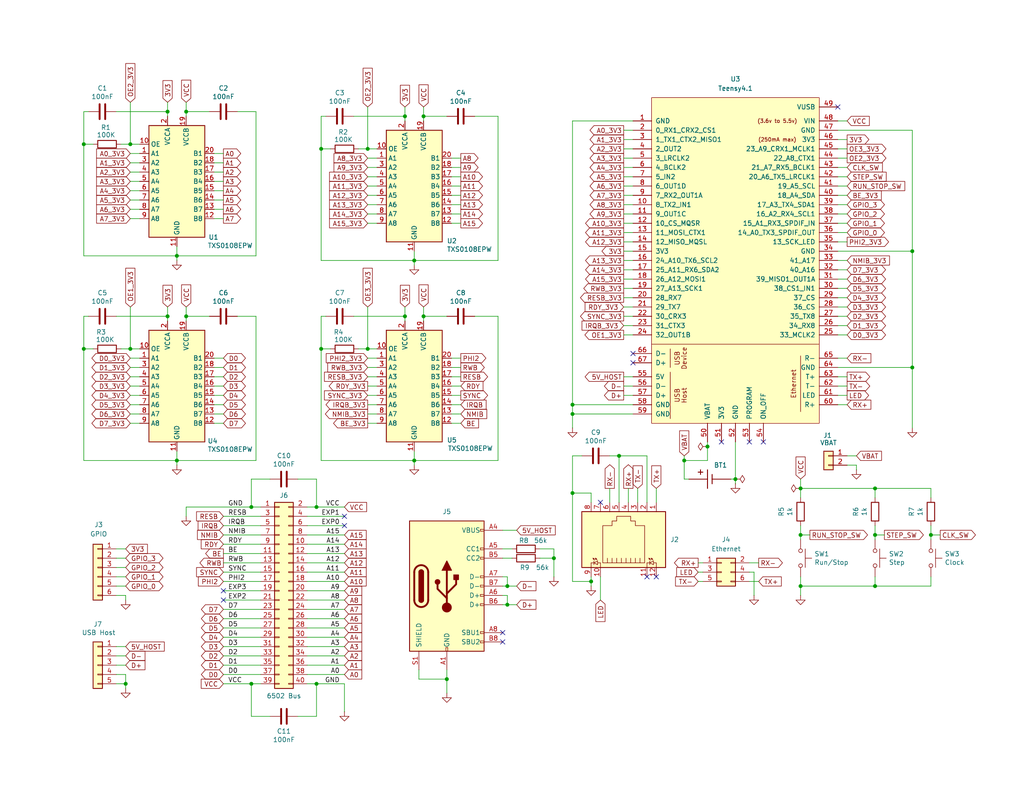
<source format=kicad_sch>
(kicad_sch (version 20250114) (generator "eeschema") (generator_version "9.0")
  (paper "USLetter")
  (title_block (title "6502 Dev Board") (date "2024-06-12") (rev "0.0") (company "A.C. Wright Design"))
  (junction (at 35.56 95.25))
  (junction (at 248.92 68.58))
  (junction (at 45.72 30.48))
  (junction (at 113.03 125.73))
  (junction (at 86.36 138.43))
  (junction (at 218.44 133.35))
  (junction (at 138.43 160.02))
  (junction (at 48.26 69.85))
  (junction (at 238.76 133.35))
  (junction (at 186.69 125.73))
  (junction (at 218.44 146.05))
  (junction (at 34.29 186.69))
  (junction (at 113.03 71.12))
  (junction (at 156.21 113.03))
  (junction (at 22.86 95.25))
  (junction (at 115.57 31.75))
  (junction (at 200.66 130.81))
  (junction (at 238.76 160.02))
  (junction (at 138.43 165.1))
  (junction (at 100.33 40.64))
  (junction (at 110.49 86.36))
  (junction (at 161.29 158.75))
  (junction (at 86.36 186.69))
  (junction (at 248.92 100.33))
  (junction (at 156.21 110.49))
  (junction (at 218.44 160.02))
  (junction (at 110.49 31.75))
  (junction (at 50.8 30.48))
  (junction (at 87.63 95.25))
  (junction (at 50.8 86.36))
  (junction (at 254 146.05))
  (junction (at 48.26 125.73))
  (junction (at 151.13 152.4))
  (junction (at 45.72 86.36))
  (junction (at 168.91 124.46))
  (junction (at 193.04 121.92))
  (junction (at 68.58 138.43))
  (junction (at 115.57 86.36))
  (junction (at 22.86 39.37))
  (junction (at 68.58 186.69))
  (junction (at 238.76 146.05))
  (junction (at 87.63 40.64))
  (junction (at 156.21 134.62))
  (junction (at 100.33 95.25))
  (junction (at 121.92 185.42))
  (junction (at 35.56 39.37))
  (no_connect (at 60.96 161.29))
  (no_connect (at 60.96 163.83))
  (no_connect (at 179.07 157.48))
  (no_connect (at 228.6 29.21))
  (no_connect (at 163.83 137.16))
  (no_connect (at 137.16 175.26))
  (no_connect (at 176.53 157.48))
  (no_connect (at 93.98 140.97))
  (no_connect (at 204.47 120.65))
  (no_connect (at 137.16 172.72))
  (no_connect (at 93.98 143.51))
  (no_connect (at 208.28 120.65))
  (no_connect (at 196.85 120.65))
  (no_connect (at 172.72 99.06))
  (no_connect (at 172.72 96.52))
  (wire (pts (xy 123.19 97.79) (xy 125.73 97.79)))
  (wire (pts (xy 58.42 57.15) (xy 60.96 57.15)))
  (wire (pts (xy 93.98 163.83) (xy 83.82 163.83)))
  (wire (pts (xy 176.53 137.16) (xy 176.53 124.46)))
  (wire (pts (xy 186.69 124.46) (xy 186.69 125.73)))
  (wire (pts (xy 69.85 86.36) (xy 69.85 125.73)))
  (wire (pts (xy 71.12 181.61) (xy 60.96 181.61)))
  (wire (pts (xy 93.98 173.99) (xy 83.82 173.99)))
  (wire (pts (xy 233.68 128.27) (xy 233.68 127)))
  (wire (pts (xy 35.56 95.25) (xy 38.1 95.25)))
  (wire (pts (xy 238.76 133.35) (xy 254 133.35)))
  (wire (pts (xy 87.63 86.36) (xy 87.63 95.25)))
  (wire (pts (xy 170.18 48.26) (xy 172.72 48.26)))
  (wire (pts (xy 228.6 81.28) (xy 231.14 81.28)))
  (wire (pts (xy 35.56 52.07) (xy 38.1 52.07)))
  (wire (pts (xy 93.98 179.07) (xy 83.82 179.07)))
  (wire (pts (xy 228.6 55.88) (xy 231.14 55.88)))
  (wire (pts (xy 31.75 157.48) (xy 34.29 157.48)))
  (wire (pts (xy 123.19 55.88) (xy 125.73 55.88)))
  (wire (pts (xy 35.56 49.53) (xy 38.1 49.53)))
  (wire (pts (xy 156.21 113.03) (xy 172.72 113.03)))
  (wire (pts (xy 34.29 162.56) (xy 34.29 163.83)))
  (wire (pts (xy 228.6 76.2) (xy 231.14 76.2)))
  (wire (pts (xy 22.86 95.25) (xy 25.4 95.25)))
  (wire (pts (xy 93.98 184.15) (xy 83.82 184.15)))
  (wire (pts (xy 137.16 149.86) (xy 139.7 149.86)))
  (wire (pts (xy 35.56 107.95) (xy 38.1 107.95)))
  (wire (pts (xy 88.9 86.36) (xy 87.63 86.36)))
  (wire (pts (xy 121.92 182.88) (xy 121.92 185.42)))
  (wire (pts (xy 100.33 58.42) (xy 102.87 58.42)))
  (wire (pts (xy 228.6 68.58) (xy 248.92 68.58)))
  (wire (pts (xy 113.03 125.73) (xy 113.03 123.19)))
  (wire (pts (xy 228.6 48.26) (xy 231.14 48.26)))
  (wire (pts (xy 170.18 68.58) (xy 172.72 68.58)))
  (wire (pts (xy 93.98 186.69) (xy 93.98 194.31)))
  (wire (pts (xy 100.33 40.64) (xy 102.87 40.64)))
  (wire (pts (xy 110.49 83.82) (xy 110.49 86.36)))
  (wire (pts (xy 58.42 100.33) (xy 60.96 100.33)))
  (wire (pts (xy 93.98 148.59) (xy 83.82 148.59)))
  (wire (pts (xy 58.42 107.95) (xy 60.96 107.95)))
  (wire (pts (xy 248.92 100.33) (xy 248.92 116.84)))
  (wire (pts (xy 58.42 52.07) (xy 60.96 52.07)))
  (wire (pts (xy 68.58 130.81) (xy 68.58 138.43)))
  (wire (pts (xy 31.75 86.36) (xy 45.72 86.36)))
  (wire (pts (xy 170.18 50.8) (xy 172.72 50.8)))
  (wire (pts (xy 138.43 162.56) (xy 138.43 165.1)))
  (wire (pts (xy 100.33 107.95) (xy 102.87 107.95)))
  (wire (pts (xy 123.19 50.8) (xy 125.73 50.8)))
  (wire (pts (xy 204.47 153.67) (xy 207.01 153.67)))
  (wire (pts (xy 193.04 120.65) (xy 193.04 121.92)))
  (wire (pts (xy 93.98 138.43) (xy 86.36 138.43)))
  (wire (pts (xy 170.18 58.42) (xy 172.72 58.42)))
  (wire (pts (xy 60.96 184.15) (xy 71.12 184.15)))
  (wire (pts (xy 50.8 27.94) (xy 50.8 30.48)))
  (wire (pts (xy 71.12 138.43) (xy 68.58 138.43)))
  (wire (pts (xy 58.42 49.53) (xy 60.96 49.53)))
  (wire (pts (xy 48.26 127) (xy 48.26 125.73)))
  (wire (pts (xy 45.72 30.48) (xy 45.72 31.75)))
  (wire (pts (xy 228.6 97.79) (xy 231.14 97.79)))
  (wire (pts (xy 121.92 86.36) (xy 115.57 86.36)))
  (wire (pts (xy 123.19 45.72) (xy 125.73 45.72)))
  (wire (pts (xy 114.3 182.88) (xy 114.3 185.42)))
  (wire (pts (xy 83.82 181.61) (xy 93.98 181.61)))
  (wire (pts (xy 193.04 125.73) (xy 186.69 125.73)))
  (wire (pts (xy 151.13 149.86) (xy 151.13 152.4)))
  (wire (pts (xy 73.66 130.81) (xy 68.58 130.81)))
  (wire (pts (xy 114.3 185.42) (xy 121.92 185.42)))
  (wire (pts (xy 50.8 86.36) (xy 57.15 86.36)))
  (wire (pts (xy 60.96 146.05) (xy 71.12 146.05)))
  (wire (pts (xy 190.5 158.75) (xy 191.77 158.75)))
  (wire (pts (xy 190.5 156.21) (xy 191.77 156.21)))
  (wire (pts (xy 71.12 171.45) (xy 60.96 171.45)))
  (wire (pts (xy 35.56 105.41) (xy 38.1 105.41)))
  (wire (pts (xy 228.6 63.5) (xy 231.14 63.5)))
  (wire (pts (xy 156.21 124.46) (xy 156.21 134.62)))
  (wire (pts (xy 87.63 71.12) (xy 113.03 71.12)))
  (wire (pts (xy 161.29 158.75) (xy 161.29 160.02)))
  (wire (pts (xy 69.85 30.48) (xy 69.85 69.85)))
  (wire (pts (xy 71.12 186.69) (xy 68.58 186.69)))
  (wire (pts (xy 135.89 86.36) (xy 135.89 125.73)))
  (wire (pts (xy 50.8 138.43) (xy 68.58 138.43)))
  (wire (pts (xy 83.82 156.21) (xy 93.98 156.21)))
  (wire (pts (xy 156.21 113.03) (xy 156.21 116.84)))
  (wire (pts (xy 97.79 40.64) (xy 100.33 40.64)))
  (wire (pts (xy 60.96 163.83) (xy 71.12 163.83)))
  (wire (pts (xy 129.54 86.36) (xy 135.89 86.36)))
  (wire (pts (xy 60.96 148.59) (xy 71.12 148.59)))
  (wire (pts (xy 170.18 91.44) (xy 172.72 91.44)))
  (wire (pts (xy 22.86 95.25) (xy 22.86 125.73)))
  (wire (pts (xy 228.6 83.82) (xy 231.14 83.82)))
  (wire (pts (xy 170.18 88.9) (xy 172.72 88.9)))
  (wire (pts (xy 31.75 30.48) (xy 45.72 30.48)))
  (wire (pts (xy 228.6 107.95) (xy 231.14 107.95)))
  (wire (pts (xy 48.26 125.73) (xy 48.26 123.19)))
  (wire (pts (xy 83.82 186.69) (xy 86.36 186.69)))
  (wire (pts (xy 100.33 55.88) (xy 102.87 55.88)))
  (wire (pts (xy 35.56 110.49) (xy 38.1 110.49)))
  (wire (pts (xy 45.72 83.82) (xy 45.72 86.36)))
  (wire (pts (xy 58.42 59.69) (xy 60.96 59.69)))
  (wire (pts (xy 100.33 29.21) (xy 100.33 40.64)))
  (wire (pts (xy 48.26 69.85) (xy 48.26 67.31)))
  (wire (pts (xy 100.33 48.26) (xy 102.87 48.26)))
  (wire (pts (xy 179.07 133.35) (xy 179.07 137.16)))
  (wire (pts (xy 228.6 50.8) (xy 231.14 50.8)))
  (wire (pts (xy 83.82 161.29) (xy 93.98 161.29)))
  (wire (pts (xy 228.6 43.18) (xy 231.14 43.18)))
  (wire (pts (xy 254 146.05) (xy 254 147.32)))
  (wire (pts (xy 218.44 146.05) (xy 218.44 147.32)))
  (wire (pts (xy 156.21 134.62) (xy 156.21 158.75)))
  (wire (pts (xy 86.36 186.69) (xy 93.98 186.69)))
  (wire (pts (xy 228.6 78.74) (xy 231.14 78.74)))
  (wire (pts (xy 35.56 27.94) (xy 35.56 39.37)))
  (wire (pts (xy 115.57 31.75) (xy 121.92 31.75)))
  (wire (pts (xy 87.63 40.64) (xy 87.63 71.12)))
  (wire (pts (xy 170.18 73.66) (xy 172.72 73.66)))
  (wire (pts (xy 228.6 58.42) (xy 231.14 58.42)))
  (wire (pts (xy 83.82 151.13) (xy 93.98 151.13)))
  (wire (pts (xy 170.18 63.5) (xy 172.72 63.5)))
  (wire (pts (xy 34.29 184.15) (xy 34.29 186.69)))
  (wire (pts (xy 71.12 176.53) (xy 60.96 176.53)))
  (wire (pts (xy 123.19 58.42) (xy 125.73 58.42)))
  (wire (pts (xy 231.14 124.46) (xy 233.68 124.46)))
  (wire (pts (xy 170.18 40.64) (xy 172.72 40.64)))
  (wire (pts (xy 254 146.05) (xy 256.54 146.05)))
  (wire (pts (xy 31.75 186.69) (xy 34.29 186.69)))
  (wire (pts (xy 218.44 130.81) (xy 218.44 133.35)))
  (wire (pts (xy 113.03 127) (xy 113.03 125.73)))
  (wire (pts (xy 248.92 68.58) (xy 248.92 100.33)))
  (wire (pts (xy 86.36 186.69) (xy 86.36 195.58)))
  (wire (pts (xy 135.89 71.12) (xy 113.03 71.12)))
  (wire (pts (xy 123.19 113.03) (xy 125.73 113.03)))
  (wire (pts (xy 218.44 160.02) (xy 238.76 160.02)))
  (wire (pts (xy 170.18 60.96) (xy 172.72 60.96)))
  (wire (pts (xy 31.75 162.56) (xy 34.29 162.56)))
  (wire (pts (xy 60.96 158.75) (xy 71.12 158.75)))
  (wire (pts (xy 22.86 39.37) (xy 22.86 69.85)))
  (wire (pts (xy 170.18 55.88) (xy 172.72 55.88)))
  (wire (pts (xy 228.6 100.33) (xy 248.92 100.33)))
  (wire (pts (xy 31.75 176.53) (xy 34.29 176.53)))
  (wire (pts (xy 163.83 157.48) (xy 163.83 163.83)))
  (wire (pts (xy 71.12 156.21) (xy 60.96 156.21)))
  (wire (pts (xy 58.42 110.49) (xy 60.96 110.49)))
  (wire (pts (xy 58.42 46.99) (xy 60.96 46.99)))
  (wire (pts (xy 218.44 157.48) (xy 218.44 160.02)))
  (wire (pts (xy 31.75 179.07) (xy 34.29 179.07)))
  (wire (pts (xy 22.86 30.48) (xy 22.86 39.37)))
  (wire (pts (xy 170.18 45.72) (xy 172.72 45.72)))
  (wire (pts (xy 86.36 138.43) (xy 83.82 138.43)))
  (wire (pts (xy 158.75 124.46) (xy 156.21 124.46)))
  (wire (pts (xy 100.33 100.33) (xy 102.87 100.33)))
  (wire (pts (xy 170.18 71.12) (xy 172.72 71.12)))
  (wire (pts (xy 113.03 72.39) (xy 113.03 71.12)))
  (wire (pts (xy 93.98 158.75) (xy 83.82 158.75)))
  (wire (pts (xy 228.6 110.49) (xy 231.14 110.49)))
  (wire (pts (xy 156.21 33.02) (xy 156.21 110.49)))
  (wire (pts (xy 69.85 125.73) (xy 48.26 125.73)))
  (wire (pts (xy 170.18 78.74) (xy 172.72 78.74)))
  (wire (pts (xy 238.76 143.51) (xy 238.76 146.05)))
  (wire (pts (xy 170.18 105.41) (xy 172.72 105.41)))
  (wire (pts (xy 218.44 133.35) (xy 238.76 133.35)))
  (wire (pts (xy 35.56 100.33) (xy 38.1 100.33)))
  (wire (pts (xy 22.86 86.36) (xy 22.86 95.25)))
  (wire (pts (xy 22.86 125.73) (xy 48.26 125.73)))
  (wire (pts (xy 83.82 171.45) (xy 93.98 171.45)))
  (wire (pts (xy 205.74 162.56) (xy 205.74 156.21)))
  (wire (pts (xy 100.33 97.79) (xy 102.87 97.79)))
  (wire (pts (xy 35.56 39.37) (xy 38.1 39.37)))
  (wire (pts (xy 137.16 160.02) (xy 138.43 160.02)))
  (wire (pts (xy 137.16 144.78) (xy 140.97 144.78)))
  (wire (pts (xy 168.91 124.46) (xy 168.91 137.16)))
  (wire (pts (xy 58.42 41.91) (xy 60.96 41.91)))
  (wire (pts (xy 170.18 76.2) (xy 172.72 76.2)))
  (wire (pts (xy 93.98 168.91) (xy 83.82 168.91)))
  (wire (pts (xy 83.82 140.97) (xy 93.98 140.97)))
  (wire (pts (xy 100.33 113.03) (xy 102.87 113.03)))
  (wire (pts (xy 200.66 120.65) (xy 200.66 130.81)))
  (wire (pts (xy 24.13 30.48) (xy 22.86 30.48)))
  (wire (pts (xy 87.63 31.75) (xy 88.9 31.75)))
  (wire (pts (xy 50.8 30.48) (xy 57.15 30.48)))
  (wire (pts (xy 50.8 30.48) (xy 50.8 31.75)))
  (wire (pts (xy 45.72 27.94) (xy 45.72 30.48)))
  (wire (pts (xy 218.44 160.02) (xy 218.44 162.56)))
  (wire (pts (xy 69.85 69.85) (xy 48.26 69.85)))
  (wire (pts (xy 35.56 115.57) (xy 38.1 115.57)))
  (wire (pts (xy 58.42 97.79) (xy 60.96 97.79)))
  (wire (pts (xy 166.37 133.35) (xy 166.37 137.16)))
  (wire (pts (xy 200.66 132.08) (xy 200.66 130.81)))
  (wire (pts (xy 205.74 156.21) (xy 204.47 156.21)))
  (wire (pts (xy 87.63 125.73) (xy 113.03 125.73)))
  (wire (pts (xy 60.96 168.91) (xy 71.12 168.91)))
  (wire (pts (xy 83.82 166.37) (xy 93.98 166.37)))
  (wire (pts (xy 172.72 33.02) (xy 156.21 33.02)))
  (wire (pts (xy 137.16 165.1) (xy 138.43 165.1)))
  (wire (pts (xy 147.32 152.4) (xy 151.13 152.4)))
  (wire (pts (xy 31.75 154.94) (xy 34.29 154.94)))
  (wire (pts (xy 228.6 91.44) (xy 231.14 91.44)))
  (wire (pts (xy 110.49 86.36) (xy 110.49 87.63)))
  (wire (pts (xy 110.49 31.75) (xy 110.49 33.02)))
  (wire (pts (xy 81.28 130.81) (xy 86.36 130.81)))
  (wire (pts (xy 254 160.02) (xy 254 157.48)))
  (wire (pts (xy 93.98 153.67) (xy 83.82 153.67)))
  (wire (pts (xy 100.33 95.25) (xy 102.87 95.25)))
  (wire (pts (xy 137.16 152.4) (xy 139.7 152.4)))
  (wire (pts (xy 100.33 53.34) (xy 102.87 53.34)))
  (wire (pts (xy 123.19 53.34) (xy 125.73 53.34)))
  (wire (pts (xy 238.76 157.48) (xy 238.76 160.02)))
  (wire (pts (xy 35.56 102.87) (xy 38.1 102.87)))
  (wire (pts (xy 228.6 71.12) (xy 231.14 71.12)))
  (wire (pts (xy 176.53 124.46) (xy 168.91 124.46)))
  (wire (pts (xy 115.57 29.21) (xy 115.57 31.75)))
  (wire (pts (xy 156.21 158.75) (xy 161.29 158.75)))
  (wire (pts (xy 35.56 44.45) (xy 38.1 44.45)))
  (wire (pts (xy 161.29 157.48) (xy 161.29 158.75)))
  (wire (pts (xy 238.76 160.02) (xy 254 160.02)))
  (wire (pts (xy 31.75 152.4) (xy 34.29 152.4)))
  (wire (pts (xy 218.44 133.35) (xy 218.44 135.89)))
  (wire (pts (xy 31.75 160.02) (xy 34.29 160.02)))
  (wire (pts (xy 137.16 162.56) (xy 138.43 162.56)))
  (wire (pts (xy 123.19 102.87) (xy 125.73 102.87)))
  (wire (pts (xy 68.58 186.69) (xy 68.58 195.58)))
  (wire (pts (xy 71.12 151.13) (xy 60.96 151.13)))
  (wire (pts (xy 228.6 40.64) (xy 231.14 40.64)))
  (wire (pts (xy 97.79 95.25) (xy 100.33 95.25)))
  (wire (pts (xy 50.8 83.82) (xy 50.8 86.36)))
  (wire (pts (xy 228.6 73.66) (xy 231.14 73.66)))
  (wire (pts (xy 35.56 113.03) (xy 38.1 113.03)))
  (wire (pts (xy 228.6 35.56) (xy 248.92 35.56)))
  (wire (pts (xy 228.6 60.96) (xy 231.14 60.96)))
  (wire (pts (xy 170.18 107.95) (xy 172.72 107.95)))
  (wire (pts (xy 173.99 133.35) (xy 173.99 137.16)))
  (wire (pts (xy 228.6 86.36) (xy 231.14 86.36)))
  (wire (pts (xy 100.33 50.8) (xy 102.87 50.8)))
  (wire (pts (xy 35.56 54.61) (xy 38.1 54.61)))
  (wire (pts (xy 96.52 86.36) (xy 110.49 86.36)))
  (wire (pts (xy 186.69 130.81) (xy 187.96 130.81)))
  (wire (pts (xy 170.18 86.36) (xy 172.72 86.36)))
  (wire (pts (xy 170.18 43.18) (xy 172.72 43.18)))
  (wire (pts (xy 138.43 160.02) (xy 140.97 160.02)))
  (wire (pts (xy 22.86 69.85) (xy 48.26 69.85)))
  (wire (pts (xy 35.56 41.91) (xy 38.1 41.91)))
  (wire (pts (xy 170.18 53.34) (xy 172.72 53.34)))
  (wire (pts (xy 33.02 39.37) (xy 35.56 39.37)))
  (wire (pts (xy 58.42 105.41) (xy 60.96 105.41)))
  (wire (pts (xy 123.19 43.18) (xy 125.73 43.18)))
  (wire (pts (xy 31.75 181.61) (xy 34.29 181.61)))
  (wire (pts (xy 60.96 140.97) (xy 71.12 140.97)))
  (wire (pts (xy 58.42 44.45) (xy 60.96 44.45)))
  (wire (pts (xy 33.02 95.25) (xy 35.56 95.25)))
  (wire (pts (xy 83.82 146.05) (xy 93.98 146.05)))
  (wire (pts (xy 100.33 60.96) (xy 102.87 60.96)))
  (wire (pts (xy 60.96 153.67) (xy 71.12 153.67)))
  (wire (pts (xy 60.96 186.69) (xy 68.58 186.69)))
  (wire (pts (xy 83.82 176.53) (xy 93.98 176.53)))
  (wire (pts (xy 138.43 165.1) (xy 140.97 165.1)))
  (wire (pts (xy 58.42 102.87) (xy 60.96 102.87)))
  (wire (pts (xy 93.98 143.51) (xy 83.82 143.51)))
  (wire (pts (xy 71.12 166.37) (xy 60.96 166.37)))
  (wire (pts (xy 156.21 110.49) (xy 172.72 110.49)))
  (wire (pts (xy 135.89 31.75) (xy 135.89 71.12)))
  (wire (pts (xy 228.6 66.04) (xy 231.14 66.04)))
  (wire (pts (xy 170.18 102.87) (xy 172.72 102.87)))
  (wire (pts (xy 161.29 134.62) (xy 156.21 134.62)))
  (wire (pts (xy 238.76 146.05) (xy 238.76 147.32)))
  (wire (pts (xy 123.19 107.95) (xy 125.73 107.95)))
  (wire (pts (xy 100.33 102.87) (xy 102.87 102.87)))
  (wire (pts (xy 161.29 137.16) (xy 161.29 134.62)))
  (wire (pts (xy 35.56 46.99) (xy 38.1 46.99)))
  (wire (pts (xy 231.14 127) (xy 233.68 127)))
  (wire (pts (xy 115.57 31.75) (xy 115.57 33.02)))
  (wire (pts (xy 60.96 143.51) (xy 71.12 143.51)))
  (wire (pts (xy 123.19 105.41) (xy 125.73 105.41)))
  (wire (pts (xy 35.56 57.15) (xy 38.1 57.15)))
  (wire (pts (xy 68.58 195.58) (xy 73.66 195.58)))
  (wire (pts (xy 100.33 43.18) (xy 102.87 43.18)))
  (wire (pts (xy 254 143.51) (xy 254 146.05)))
  (wire (pts (xy 31.75 184.15) (xy 34.29 184.15)))
  (wire (pts (xy 115.57 86.36) (xy 115.57 87.63)))
  (wire (pts (xy 170.18 81.28) (xy 172.72 81.28)))
  (wire (pts (xy 60.96 179.07) (xy 71.12 179.07)))
  (wire (pts (xy 71.12 161.29) (xy 60.96 161.29)))
  (wire (pts (xy 87.63 95.25) (xy 90.17 95.25)))
  (wire (pts (xy 100.33 110.49) (xy 102.87 110.49)))
  (wire (pts (xy 238.76 133.35) (xy 238.76 135.89)))
  (wire (pts (xy 100.33 105.41) (xy 102.87 105.41)))
  (wire (pts (xy 135.89 125.73) (xy 113.03 125.73)))
  (wire (pts (xy 170.18 83.82) (xy 172.72 83.82)))
  (wire (pts (xy 45.72 86.36) (xy 45.72 87.63)))
  (wire (pts (xy 110.49 29.21) (xy 110.49 31.75)))
  (wire (pts (xy 100.33 83.82) (xy 100.33 95.25)))
  (wire (pts (xy 193.04 121.92) (xy 193.04 125.73)))
  (wire (pts (xy 87.63 31.75) (xy 87.63 40.64)))
  (wire (pts (xy 123.19 100.33) (xy 125.73 100.33)))
  (wire (pts (xy 35.56 83.82) (xy 35.56 95.25)))
  (wire (pts (xy 50.8 140.97) (xy 50.8 138.43)))
  (wire (pts (xy 86.36 195.58) (xy 81.28 195.58)))
  (wire (pts (xy 190.5 153.67) (xy 191.77 153.67)))
  (wire (pts (xy 218.44 146.05) (xy 220.98 146.05)))
  (wire (pts (xy 121.92 185.42) (xy 121.92 189.23)))
  (wire (pts (xy 228.6 33.02) (xy 231.14 33.02)))
  (wire (pts (xy 87.63 95.25) (xy 87.63 125.73)))
  (wire (pts (xy 166.37 124.46) (xy 168.91 124.46)))
  (wire (pts (xy 123.19 115.57) (xy 125.73 115.57)))
  (wire (pts (xy 129.54 31.75) (xy 135.89 31.75)))
  (wire (pts (xy 147.32 149.86) (xy 151.13 149.86)))
  (wire (pts (xy 228.6 53.34) (xy 231.14 53.34)))
  (wire (pts (xy 238.76 146.05) (xy 241.3 146.05)))
  (wire (pts (xy 48.26 71.12) (xy 48.26 69.85)))
  (wire (pts (xy 199.39 130.81) (xy 200.66 130.81)))
  (wire (pts (xy 171.45 133.35) (xy 171.45 137.16)))
  (wire (pts (xy 58.42 113.03) (xy 60.96 113.03)))
  (wire (pts (xy 34.29 186.69) (xy 34.29 187.96)))
  (wire (pts (xy 228.6 88.9) (xy 231.14 88.9)))
  (wire (pts (xy 115.57 83.82) (xy 115.57 86.36)))
  (wire (pts (xy 186.69 125.73) (xy 186.69 130.81)))
  (wire (pts (xy 100.33 45.72) (xy 102.87 45.72)))
  (wire (pts (xy 138.43 157.48) (xy 138.43 160.02)))
  (wire (pts (xy 204.47 158.75) (xy 207.01 158.75)))
  (wire (pts (xy 123.19 110.49) (xy 125.73 110.49)))
  (wire (pts (xy 87.63 40.64) (xy 90.17 40.64)))
  (wire (pts (xy 113.03 71.12) (xy 113.03 68.58)))
  (wire (pts (xy 100.33 115.57) (xy 102.87 115.57)))
  (wire (pts (xy 60.96 173.99) (xy 71.12 173.99)))
  (wire (pts (xy 123.19 60.96) (xy 125.73 60.96)))
  (wire (pts (xy 254 133.35) (xy 254 135.89)))
  (wire (pts (xy 58.42 115.57) (xy 60.96 115.57)))
  (wire (pts (xy 228.6 102.87) (xy 231.14 102.87)))
  (wire (pts (xy 50.8 86.36) (xy 50.8 87.63)))
  (wire (pts (xy 151.13 152.4) (xy 151.13 157.48)))
  (wire (pts (xy 35.56 59.69) (xy 38.1 59.69)))
  (wire (pts (xy 22.86 39.37) (xy 25.4 39.37)))
  (wire (pts (xy 96.52 31.75) (xy 110.49 31.75)))
  (wire (pts (xy 64.77 86.36) (xy 69.85 86.36)))
  (wire (pts (xy 35.56 97.79) (xy 38.1 97.79)))
  (wire (pts (xy 64.77 30.48) (xy 69.85 30.48)))
  (wire (pts (xy 170.18 38.1) (xy 172.72 38.1)))
  (wire (pts (xy 170.18 66.04) (xy 172.72 66.04)))
  (wire (pts (xy 86.36 130.81) (xy 86.36 138.43)))
  (wire (pts (xy 228.6 105.41) (xy 231.14 105.41)))
  (wire (pts (xy 123.19 48.26) (xy 125.73 48.26)))
  (wire (pts (xy 228.6 38.1) (xy 231.14 38.1)))
  (wire (pts (xy 24.13 86.36) (xy 22.86 86.36)))
  (wire (pts (xy 31.75 149.86) (xy 34.29 149.86)))
  (wire (pts (xy 137.16 157.48) (xy 138.43 157.48)))
  (wire (pts (xy 156.21 110.49) (xy 156.21 113.03)))
  (wire (pts (xy 58.42 54.61) (xy 60.96 54.61)))
  (wire (pts (xy 170.18 35.56) (xy 172.72 35.56)))
  (wire (pts (xy 218.44 143.51) (xy 218.44 146.05)))
  (wire (pts (xy 248.92 35.56) (xy 248.92 68.58)))
  (wire (pts (xy 228.6 45.72) (xy 231.14 45.72)))
  (label "D2" (at 62.23 179.07 0))
  (label "D6" (at 62.23 168.91 0))
  (label "EXP2" (at 62.23 163.83 0))
  (label "A0" (at 92.71 184.15 180))
  (label "NMIB" (at 62.23 146.05 0))
  (label "VCC" (at 62.23 186.69 0))
  (label "A7" (at 92.71 166.37 180))
  (label "D1" (at 62.23 181.61 0))
  (label "D4" (at 62.23 173.99 0))
  (label "IRQB" (at 62.23 143.51 0))
  (label "A10" (at 92.71 158.75 180))
  (label "A8" (at 92.71 163.83 180))
  (label "A15" (at 92.71 146.05 180))
  (label "A13" (at 92.71 151.13 180))
  (label "RDY" (at 62.23 148.59 0))
  (label "D5" (at 62.23 171.45 0))
  (label "A2" (at 92.71 179.07 180))
  (label "VCC" (at 92.71 138.43 180))
  (label "A12" (at 92.71 153.67 180))
  (label "A14" (at 92.71 148.59 180))
  (label "A3" (at 92.71 176.53 180))
  (label "GND" (at 62.23 138.43 0))
  (label "A1" (at 92.71 181.61 180))
  (label "A4" (at 92.71 173.99 180))
  (label "PHI2" (at 62.23 158.75 0))
  (label "RWB" (at 62.23 153.67 0))
  (label "D7" (at 62.23 166.37 0))
  (label "D0" (at 62.23 184.15 0))
  (label "D3" (at 62.23 176.53 0))
  (label "EXP1" (at 92.71 140.97 180))
  (label "EXP0" (at 92.71 143.51 180))
  (label "EXP3" (at 62.23 161.29 0))
  (label "GND" (at 92.71 186.69 180))
  (label "SYNC" (at 62.23 156.21 0))
  (label "A5" (at 92.71 171.45 180))
  (label "BE" (at 62.23 151.13 0))
  (label "A9" (at 92.71 161.29 180))
  (label "A6" (at 92.71 168.91 180))
  (label "A11" (at 92.71 156.21 180))
  (label "RESB" (at 62.23 140.97 0))
  (global_label "A11" (shape input) (at 93.98 156.21 0) (property "Intersheetrefs" "${INTERSHEET_REFS}" (effects (hide yes))))
  (global_label "RESB_3V3" (shape output) (at 170.18 81.28 180) (property "Intersheetrefs" "${INTERSHEET_REFS}" (effects (hide yes))))
  (global_label "D+" (shape output) (at 170.18 107.95 180) (property "Intersheetrefs" "${INTERSHEET_REFS}" (effects (hide yes))))
  (global_label "TX-" (shape input) (at 190.5 158.75 180) (property "Intersheetrefs" "${INTERSHEET_REFS}" (effects (hide yes))))
  (global_label "CLK_SW" (shape input) (at 231.14 45.72 0) (property "Intersheetrefs" "${INTERSHEET_REFS}" (effects (hide yes))))
  (global_label "IRQB" (shape input) (at 125.73 110.49 0) (property "Intersheetrefs" "${INTERSHEET_REFS}" (effects (hide yes))))
  (global_label "D2_3V3" (shape bidirectional) (at 231.14 86.36 0) (property "Intersheetrefs" "${INTERSHEET_REFS}" (effects (hide yes))))
  (global_label "A6_3V3" (shape input) (at 35.56 57.15 180) (property "Intersheetrefs" "${INTERSHEET_REFS}" (effects (hide yes))))
  (global_label "A14_3V3" (shape output) (at 170.18 73.66 180) (property "Intersheetrefs" "${INTERSHEET_REFS}" (effects (hide yes))))
  (global_label "A3" (shape output) (at 60.96 49.53 0) (property "Intersheetrefs" "${INTERSHEET_REFS}" (effects (hide yes))))
  (global_label "D2_3V3" (shape bidirectional) (at 35.56 102.87 180) (property "Intersheetrefs" "${INTERSHEET_REFS}" (effects (hide yes))))
  (global_label "NMIB" (shape input) (at 125.73 113.03 0) (property "Intersheetrefs" "${INTERSHEET_REFS}" (effects (hide yes))))
  (global_label "VCC" (shape input) (at 60.96 186.69 180) (property "Intersheetrefs" "${INTERSHEET_REFS}" (effects (hide yes))))
  (global_label "GPIO_3" (shape bidirectional) (at 34.29 152.4 0) (property "Intersheetrefs" "${INTERSHEET_REFS}" (effects (hide yes))))
  (global_label "D1_3V3" (shape bidirectional) (at 35.56 100.33 180) (property "Intersheetrefs" "${INTERSHEET_REFS}" (effects (hide yes))))
  (global_label "BE" (shape output) (at 60.96 151.13 180) (property "Intersheetrefs" "${INTERSHEET_REFS}" (effects (hide yes))))
  (global_label "A12_3V3" (shape output) (at 170.18 66.04 180) (property "Intersheetrefs" "${INTERSHEET_REFS}" (effects (hide yes))))
  (global_label "D1_3V3" (shape bidirectional) (at 231.14 88.9 0) (property "Intersheetrefs" "${INTERSHEET_REFS}" (effects (hide yes))))
  (global_label "D6_3V3" (shape bidirectional) (at 35.56 113.03 180) (property "Intersheetrefs" "${INTERSHEET_REFS}" (effects (hide yes))))
  (global_label "A14_3V3" (shape input) (at 100.33 58.42 180) (property "Intersheetrefs" "${INTERSHEET_REFS}" (effects (hide yes))))
  (global_label "RX+" (shape output) (at 171.45 133.35 90) (property "Intersheetrefs" "${INTERSHEET_REFS}" (effects (hide yes))))
  (global_label "A4_3V3" (shape input) (at 35.56 52.07 180) (property "Intersheetrefs" "${INTERSHEET_REFS}" (effects (hide yes))))
  (global_label "TX+" (shape input) (at 179.07 133.35 90) (property "Intersheetrefs" "${INTERSHEET_REFS}" (effects (hide yes))))
  (global_label "A11" (shape output) (at 125.73 50.8 0) (property "Intersheetrefs" "${INTERSHEET_REFS}" (effects (hide yes))))
  (global_label "A15_3V3" (shape output) (at 170.18 76.2 180) (property "Intersheetrefs" "${INTERSHEET_REFS}" (effects (hide yes))))
  (global_label "A6_3V3" (shape output) (at 170.18 50.8 180) (property "Intersheetrefs" "${INTERSHEET_REFS}" (effects (hide yes))))
  (global_label "D-" (shape input) (at 34.29 179.07 0) (property "Intersheetrefs" "${INTERSHEET_REFS}" (effects (hide yes))))
  (global_label "D6_3V3" (shape bidirectional) (at 231.14 76.2 0) (property "Intersheetrefs" "${INTERSHEET_REFS}" (effects (hide yes))))
  (global_label "D5_3V3" (shape bidirectional) (at 35.56 110.49 180) (property "Intersheetrefs" "${INTERSHEET_REFS}" (effects (hide yes))))
  (global_label "A8" (shape input) (at 93.98 163.83 0) (property "Intersheetrefs" "${INTERSHEET_REFS}" (effects (hide yes))))
  (global_label "A2_3V3" (shape output) (at 170.18 40.64 180) (property "Intersheetrefs" "${INTERSHEET_REFS}" (effects (hide yes))))
  (global_label "SYNC" (shape output) (at 125.73 107.95 0) (property "Intersheetrefs" "${INTERSHEET_REFS}" (effects (hide yes))))
  (global_label "A9" (shape output) (at 125.73 45.72 0) (property "Intersheetrefs" "${INTERSHEET_REFS}" (effects (hide yes))))
  (global_label "GPIO_2" (shape bidirectional) (at 231.14 58.42 0) (property "Intersheetrefs" "${INTERSHEET_REFS}" (effects (hide yes))))
  (global_label "D3_3V3" (shape bidirectional) (at 35.56 105.41 180) (property "Intersheetrefs" "${INTERSHEET_REFS}" (effects (hide yes))))
  (global_label "SYNC" (shape input) (at 60.96 156.21 180) (property "Intersheetrefs" "${INTERSHEET_REFS}" (effects (hide yes))))
  (global_label "D4_3V3" (shape bidirectional) (at 35.56 107.95 180) (property "Intersheetrefs" "${INTERSHEET_REFS}" (effects (hide yes))))
  (global_label "A4" (shape output) (at 60.96 52.07 0) (property "Intersheetrefs" "${INTERSHEET_REFS}" (effects (hide yes))))
  (global_label "TX-" (shape output) (at 231.14 105.41 0) (property "Intersheetrefs" "${INTERSHEET_REFS}" (effects (hide yes))))
  (global_label "D0_3V3" (shape bidirectional) (at 231.14 91.44 0) (property "Intersheetrefs" "${INTERSHEET_REFS}" (effects (hide yes))))
  (global_label "D-" (shape input) (at 140.97 160.02 0) (property "Intersheetrefs" "${INTERSHEET_REFS}" (effects (hide yes))))
  (global_label "D1" (shape bidirectional) (at 60.96 181.61 180) (property "Intersheetrefs" "${INTERSHEET_REFS}" (effects (hide yes))))
  (global_label "NMIB" (shape input) (at 60.96 146.05 180) (property "Intersheetrefs" "${INTERSHEET_REFS}" (effects (hide yes))))
  (global_label "D3" (shape bidirectional) (at 60.96 105.41 0) (property "Intersheetrefs" "${INTERSHEET_REFS}" (effects (hide yes))))
  (global_label "LED" (shape input) (at 190.5 156.21 180) (property "Intersheetrefs" "${INTERSHEET_REFS}" (effects (hide yes))))
  (global_label "A3_3V3" (shape output) (at 170.18 43.18 180) (property "Intersheetrefs" "${INTERSHEET_REFS}" (effects (hide yes))))
  (global_label "3V3" (shape input) (at 34.29 149.86 0) (property "Intersheetrefs" "${INTERSHEET_REFS}" (effects (hide yes))))
  (global_label "PHI2" (shape output) (at 125.73 97.79 0) (property "Intersheetrefs" "${INTERSHEET_REFS}" (effects (hide yes))))
  (global_label "RX-" (shape output) (at 166.37 133.35 90) (property "Intersheetrefs" "${INTERSHEET_REFS}" (effects (hide yes))))
  (global_label "RWB_3V3" (shape output) (at 170.18 78.74 180) (property "Intersheetrefs" "${INTERSHEET_REFS}" (effects (hide yes))))
  (global_label "A2" (shape output) (at 60.96 46.99 0) (property "Intersheetrefs" "${INTERSHEET_REFS}" (effects (hide yes))))
  (global_label "D7" (shape bidirectional) (at 60.96 115.57 0) (property "Intersheetrefs" "${INTERSHEET_REFS}" (effects (hide yes))))
  (global_label "A12" (shape output) (at 125.73 53.34 0) (property "Intersheetrefs" "${INTERSHEET_REFS}" (effects (hide yes))))
  (global_label "VCC" (shape input) (at 231.14 33.02 0) (property "Intersheetrefs" "${INTERSHEET_REFS}" (effects (hide yes))))
  (global_label "IRQB_3V3" (shape input) (at 170.18 88.9 180) (property "Intersheetrefs" "${INTERSHEET_REFS}" (effects (hide yes))))
  (global_label "D+" (shape input) (at 34.29 181.61 0) (property "Intersheetrefs" "${INTERSHEET_REFS}" (effects (hide yes))))
  (global_label "RX+" (shape output) (at 190.5 153.67 180) (property "Intersheetrefs" "${INTERSHEET_REFS}" (effects (hide yes))))
  (global_label "A8_3V3" (shape input) (at 100.33 43.18 180) (property "Intersheetrefs" "${INTERSHEET_REFS}" (effects (hide yes))))
  (global_label "GPIO_0" (shape bidirectional) (at 34.29 160.02 0) (property "Intersheetrefs" "${INTERSHEET_REFS}" (effects (hide yes))))
  (global_label "RWB" (shape output) (at 60.96 153.67 180) (property "Intersheetrefs" "${INTERSHEET_REFS}" (effects (hide yes))))
  (global_label "A6" (shape output) (at 60.96 57.15 0) (property "Intersheetrefs" "${INTERSHEET_REFS}" (effects (hide yes))))
  (global_label "PHI2_3V3" (shape input) (at 100.33 97.79 180) (property "Intersheetrefs" "${INTERSHEET_REFS}" (effects (hide yes))))
  (global_label "RDY" (shape input) (at 60.96 148.59 180) (property "Intersheetrefs" "${INTERSHEET_REFS}" (effects (hide yes))))
  (global_label "CLK_SW" (shape output) (at 256.54 146.05 0) (property "Intersheetrefs" "${INTERSHEET_REFS}" (effects (hide yes))))
  (global_label "A15" (shape input) (at 93.98 146.05 0) (property "Intersheetrefs" "${INTERSHEET_REFS}" (effects (hide yes))))
  (global_label "TX-" (shape input) (at 173.99 133.35 90) (property "Intersheetrefs" "${INTERSHEET_REFS}" (effects (hide yes))))
  (global_label "PHI2" (shape input) (at 60.96 158.75 180) (property "Intersheetrefs" "${INTERSHEET_REFS}" (effects (hide yes))))
  (global_label "A10" (shape output) (at 125.73 48.26 0) (property "Intersheetrefs" "${INTERSHEET_REFS}" (effects (hide yes))))
  (global_label "STEP_SW" (shape output) (at 241.3 146.05 0) (property "Intersheetrefs" "${INTERSHEET_REFS}" (effects (hide yes))))
  (global_label "A9_3V3" (shape output) (at 170.18 58.42 180) (property "Intersheetrefs" "${INTERSHEET_REFS}" (effects (hide yes))))
  (global_label "RUN_STOP_SW" (shape output) (at 220.98 146.05 0) (property "Intersheetrefs" "${INTERSHEET_REFS}" (effects (hide yes))))
  (global_label "RDY_3V3" (shape output) (at 100.33 105.41 180) (property "Intersheetrefs" "${INTERSHEET_REFS}" (effects (hide yes))))
  (global_label "NMIB_3V3" (shape input) (at 231.14 71.12 0) (property "Intersheetrefs" "${INTERSHEET_REFS}" (effects (hide yes))))
  (global_label "VCC" (shape input) (at 115.57 83.82 90) (property "Intersheetrefs" "${INTERSHEET_REFS}" (effects (hide yes))))
  (global_label "OE3_3V3" (shape output) (at 231.14 40.64 0) (property "Intersheetrefs" "${INTERSHEET_REFS}" (effects (hide yes))))
  (global_label "A5" (shape input) (at 93.98 171.45 0) (property "Intersheetrefs" "${INTERSHEET_REFS}" (effects (hide yes))))
  (global_label "A7_3V3" (shape input) (at 35.56 59.69 180) (property "Intersheetrefs" "${INTERSHEET_REFS}" (effects (hide yes))))
  (global_label "TX+" (shape output) (at 231.14 102.87 0) (property "Intersheetrefs" "${INTERSHEET_REFS}" (effects (hide yes))))
  (global_label "LED" (shape input) (at 163.83 163.83 270) (property "Intersheetrefs" "${INTERSHEET_REFS}" (effects (hide yes))))
  (global_label "A7" (shape output) (at 60.96 59.69 0) (property "Intersheetrefs" "${INTERSHEET_REFS}" (effects (hide yes))))
  (global_label "A15_3V3" (shape input) (at 100.33 60.96 180) (property "Intersheetrefs" "${INTERSHEET_REFS}" (effects (hide yes))))
  (global_label "GPIO_1" (shape bidirectional) (at 231.14 60.96 0) (property "Intersheetrefs" "${INTERSHEET_REFS}" (effects (hide yes))))
  (global_label "D-" (shape output) (at 170.18 105.41 180) (property "Intersheetrefs" "${INTERSHEET_REFS}" (effects (hide yes))))
  (global_label "STEP_SW" (shape input) (at 231.14 48.26 0) (property "Intersheetrefs" "${INTERSHEET_REFS}" (effects (hide yes))))
  (global_label "RESB" (shape input) (at 60.96 140.97 180) (property "Intersheetrefs" "${INTERSHEET_REFS}" (effects (hide yes))))
  (global_label "OE2_3V3" (shape output) (at 231.14 43.18 0) (property "Intersheetrefs" "${INTERSHEET_REFS}" (effects (hide yes))))
  (global_label "NMIB_3V3" (shape output) (at 100.33 113.03 180) (property "Intersheetrefs" "${INTERSHEET_REFS}" (effects (hide yes))))
  (global_label "D3_3V3" (shape bidirectional) (at 231.14 83.82 0) (property "Intersheetrefs" "${INTERSHEET_REFS}" (effects (hide yes))))
  (global_label "D1" (shape bidirectional) (at 60.96 100.33 0) (property "Intersheetrefs" "${INTERSHEET_REFS}" (effects (hide yes))))
  (global_label "A1_3V3" (shape output) (at 170.18 38.1 180) (property "Intersheetrefs" "${INTERSHEET_REFS}" (effects (hide yes))))
  (global_label "D5" (shape bidirectional) (at 60.96 171.45 180) (property "Intersheetrefs" "${INTERSHEET_REFS}" (effects (hide yes))))
  (global_label "RESB_3V3" (shape input) (at 100.33 102.87 180) (property "Intersheetrefs" "${INTERSHEET_REFS}" (effects (hide yes))))
  (global_label "D5" (shape bidirectional) (at 60.96 110.49 0) (property "Intersheetrefs" "${INTERSHEET_REFS}" (effects (hide yes))))
  (global_label "GPIO_3" (shape bidirectional) (at 231.14 55.88 0) (property "Intersheetrefs" "${INTERSHEET_REFS}" (effects (hide yes))))
  (global_label "RESB" (shape output) (at 125.73 102.87 0) (property "Intersheetrefs" "${INTERSHEET_REFS}" (effects (hide yes))))
  (global_label "A0" (shape input) (at 93.98 184.15 0) (property "Intersheetrefs" "${INTERSHEET_REFS}" (effects (hide yes))))
  (global_label "3V3" (shape input) (at 45.72 27.94 90) (property "Intersheetrefs" "${INTERSHEET_REFS}" (effects (hide yes))))
  (global_label "A8" (shape output) (at 125.73 43.18 0) (property "Intersheetrefs" "${INTERSHEET_REFS}" (effects (hide yes))))
  (global_label "A13_3V3" (shape output) (at 170.18 71.12 180) (property "Intersheetrefs" "${INTERSHEET_REFS}" (effects (hide yes))))
  (global_label "5V_HOST" (shape input) (at 140.97 144.78 0) (property "Intersheetrefs" "${INTERSHEET_REFS}" (effects (hide yes))))
  (global_label "D4" (shape bidirectional) (at 60.96 107.95 0) (property "Intersheetrefs" "${INTERSHEET_REFS}" (effects (hide yes))))
  (global_label "A14" (shape input) (at 93.98 148.59 0) (property "Intersheetrefs" "${INTERSHEET_REFS}" (effects (hide yes))))
  (global_label "A6" (shape input) (at 93.98 168.91 0) (property "Intersheetrefs" "${INTERSHEET_REFS}" (effects (hide yes))))
  (global_label "A5_3V3" (shape input) (at 35.56 54.61 180) (property "Intersheetrefs" "${INTERSHEET_REFS}" (effects (hide yes))))
  (global_label "D2" (shape bidirectional) (at 60.96 179.07 180) (property "Intersheetrefs" "${INTERSHEET_REFS}" (effects (hide yes))))
  (global_label "RDY" (shape input) (at 125.73 105.41 0) (property "Intersheetrefs" "${INTERSHEET_REFS}" (effects (hide yes))))
  (global_label "RWB_3V3" (shape input) (at 100.33 100.33 180) (property "Intersheetrefs" "${INTERSHEET_REFS}" (effects (hide yes))))
  (global_label "OE1_3V3" (shape input) (at 35.56 83.82 90) (property "Intersheetrefs" "${INTERSHEET_REFS}" (effects (hide yes))))
  (global_label "D5_3V3" (shape bidirectional) (at 231.14 78.74 0) (property "Intersheetrefs" "${INTERSHEET_REFS}" (effects (hide yes))))
  (global_label "BE_3V3" (shape input) (at 231.14 53.34 0) (property "Intersheetrefs" "${INTERSHEET_REFS}" (effects (hide yes))))
  (global_label "D2" (shape bidirectional) (at 60.96 102.87 0) (property "Intersheetrefs" "${INTERSHEET_REFS}" (effects (hide yes))))
  (global_label "A0_3V3" (shape input) (at 35.56 41.91 180) (property "Intersheetrefs" "${INTERSHEET_REFS}" (effects (hide yes))))
  (global_label "5V_HOST" (shape input) (at 34.29 176.53 0) (property "Intersheetrefs" "${INTERSHEET_REFS}" (effects (hide yes))))
  (global_label "A10_3V3" (shape output) (at 170.18 60.96 180) (property "Intersheetrefs" "${INTERSHEET_REFS}" (effects (hide yes))))
  (global_label "D4" (shape bidirectional) (at 60.96 173.99 180) (property "Intersheetrefs" "${INTERSHEET_REFS}" (effects (hide yes))))
  (global_label "VCC" (shape input) (at 50.8 83.82 90) (property "Intersheetrefs" "${INTERSHEET_REFS}" (effects (hide yes))))
  (global_label "BE_3V3" (shape output) (at 100.33 115.57 180) (property "Intersheetrefs" "${INTERSHEET_REFS}" (effects (hide yes))))
  (global_label "A14" (shape output) (at 125.73 58.42 0) (property "Intersheetrefs" "${INTERSHEET_REFS}" (effects (hide yes))))
  (global_label "A11_3V3" (shape output) (at 170.18 63.5 180) (property "Intersheetrefs" "${INTERSHEET_REFS}" (effects (hide yes))))
  (global_label "A4_3V3" (shape output) (at 170.18 45.72 180) (property "Intersheetrefs" "${INTERSHEET_REFS}" (effects (hide yes))))
  (global_label "A4" (shape input) (at 93.98 173.99 0) (property "Intersheetrefs" "${INTERSHEET_REFS}" (effects (hide yes))))
  (global_label "A8_3V3" (shape output) (at 170.18 55.88 180) (property "Intersheetrefs" "${INTERSHEET_REFS}" (effects (hide yes))))
  (global_label "VBAT" (shape input) (at 233.68 124.46 0) (property "Intersheetrefs" "${INTERSHEET_REFS}" (effects (hide yes))))
  (global_label "IRQB" (shape input) (at 60.96 143.51 180) (property "Intersheetrefs" "${INTERSHEET_REFS}" (effects (hide yes))))
  (global_label "A1" (shape output) (at 60.96 44.45 0) (property "Intersheetrefs" "${INTERSHEET_REFS}" (effects (hide yes))))
  (global_label "A5_3V3" (shape output) (at 170.18 48.26 180) (property "Intersheetrefs" "${INTERSHEET_REFS}" (effects (hide yes))))
  (global_label "D+" (shape input) (at 140.97 165.1 0) (property "Intersheetrefs" "${INTERSHEET_REFS}" (effects (hide yes))))
  (global_label "GPIO_2" (shape bidirectional) (at 34.29 154.94 0) (property "Intersheetrefs" "${INTERSHEET_REFS}" (effects (hide yes))))
  (global_label "RX+" (shape input) (at 231.14 110.49 0) (property "Intersheetrefs" "${INTERSHEET_REFS}" (effects (hide yes))))
  (global_label "RUN_STOP_SW" (shape input) (at 231.14 50.8 0) (property "Intersheetrefs" "${INTERSHEET_REFS}" (effects (hide yes))))
  (global_label "VCC" (shape input) (at 218.44 130.81 90) (property "Intersheetrefs" "${INTERSHEET_REFS}" (effects (hide yes))))
  (global_label "A12_3V3" (shape input) (at 100.33 53.34 180) (property "Intersheetrefs" "${INTERSHEET_REFS}" (effects (hide yes))))
  (global_label "OE2_3V3" (shape input) (at 35.56 27.94 90) (property "Intersheetrefs" "${INTERSHEET_REFS}" (effects (hide yes))))
  (global_label "A9_3V3" (shape input) (at 100.33 45.72 180) (property "Intersheetrefs" "${INTERSHEET_REFS}" (effects (hide yes))))
  (global_label "VCC" (shape input) (at 50.8 27.94 90) (property "Intersheetrefs" "${INTERSHEET_REFS}" (effects (hide yes))))
  (global_label "A13" (shape output) (at 125.73 55.88 0) (property "Intersheetrefs" "${INTERSHEET_REFS}" (effects (hide yes))))
  (global_label "LED" (shape output) (at 231.14 107.95 0) (property "Intersheetrefs" "${INTERSHEET_REFS}" (effects (hide yes))))
  (global_label "RDY_3V3" (shape input) (at 170.18 83.82 180) (property "Intersheetrefs" "${INTERSHEET_REFS}" (effects (hide yes))))
  (global_label "3V3" (shape input) (at 110.49 83.82 90) (property "Intersheetrefs" "${INTERSHEET_REFS}" (effects (hide yes))))
  (global_label "A7" (shape input) (at 93.98 166.37 0) (property "Intersheetrefs" "${INTERSHEET_REFS}" (effects (hide yes))))
  (global_label "D7_3V3" (shape bidirectional) (at 231.14 73.66 0) (property "Intersheetrefs" "${INTERSHEET_REFS}" (effects (hide yes))))
  (global_label "A10" (shape input) (at 93.98 158.75 0) (property "Intersheetrefs" "${INTERSHEET_REFS}" (effects (hide yes))))
  (global_label "A12" (shape input) (at 93.98 153.67 0) (property "Intersheetrefs" "${INTERSHEET_REFS}" (effects (hide yes))))
  (global_label "D0" (shape bidirectional) (at 60.96 97.79 0) (property "Intersheetrefs" "${INTERSHEET_REFS}" (effects (hide yes))))
  (global_label "A9" (shape input) (at 93.98 161.29 0) (property "Intersheetrefs" "${INTERSHEET_REFS}" (effects (hide yes))))
  (global_label "SYNC_3V3" (shape output) (at 170.18 86.36 180) (property "Intersheetrefs" "${INTERSHEET_REFS}" (effects (hide yes))))
  (global_label "D0_3V3" (shape bidirectional) (at 35.56 97.79 180) (property "Intersheetrefs" "${INTERSHEET_REFS}" (effects (hide yes))))
  (global_label "A10_3V3" (shape input) (at 100.33 48.26 180) (property "Intersheetrefs" "${INTERSHEET_REFS}" (effects (hide yes))))
  (global_label "D7" (shape bidirectional) (at 60.96 166.37 180) (property "Intersheetrefs" "${INTERSHEET_REFS}" (effects (hide yes))))
  (global_label "A5" (shape output) (at 60.96 54.61 0) (property "Intersheetrefs" "${INTERSHEET_REFS}" (effects (hide yes))))
  (global_label "A3_3V3" (shape input) (at 35.56 49.53 180) (property "Intersheetrefs" "${INTERSHEET_REFS}" (effects (hide yes))))
  (global_label "D0" (shape bidirectional) (at 60.96 184.15 180) (property "Intersheetrefs" "${INTERSHEET_REFS}" (effects (hide yes))))
  (global_label "D7_3V3" (shape bidirectional) (at 35.56 115.57 180) (property "Intersheetrefs" "${INTERSHEET_REFS}" (effects (hide yes))))
  (global_label "RX-" (shape output) (at 207.01 153.67 0) (property "Intersheetrefs" "${INTERSHEET_REFS}" (effects (hide yes))))
  (global_label "VBAT" (shape input) (at 186.69 124.46 90) (property "Intersheetrefs" "${INTERSHEET_REFS}" (effects (hide yes))))
  (global_label "5V_HOST" (shape output) (at 170.18 102.87 180) (property "Intersheetrefs" "${INTERSHEET_REFS}" (effects (hide yes))))
  (global_label "A1" (shape input) (at 93.98 181.61 0) (property "Intersheetrefs" "${INTERSHEET_REFS}" (effects (hide yes))))
  (global_label "D6" (shape bidirectional) (at 60.96 113.03 0) (property "Intersheetrefs" "${INTERSHEET_REFS}" (effects (hide yes))))
  (global_label "A7_3V3" (shape output) (at 170.18 53.34 180) (property "Intersheetrefs" "${INTERSHEET_REFS}" (effects (hide yes))))
  (global_label "A13_3V3" (shape input) (at 100.33 55.88 180) (property "Intersheetrefs" "${INTERSHEET_REFS}" (effects (hide yes))))
  (global_label "TX+" (shape input) (at 207.01 158.75 0) (property "Intersheetrefs" "${INTERSHEET_REFS}" (effects (hide yes))))
  (global_label "BE" (shape input) (at 125.73 115.57 0) (property "Intersheetrefs" "${INTERSHEET_REFS}" (effects (hide yes))))
  (global_label "A2_3V3" (shape input) (at 35.56 46.99 180) (property "Intersheetrefs" "${INTERSHEET_REFS}" (effects (hide yes))))
  (global_label "A15" (shape output) (at 125.73 60.96 0) (property "Intersheetrefs" "${INTERSHEET_REFS}" (effects (hide yes))))
  (global_label "PHI2_3V3" (shape output) (at 231.14 66.04 0) (property "Intersheetrefs" "${INTERSHEET_REFS}" (effects (hide yes))))
  (global_label "A1_3V3" (shape input) (at 35.56 44.45 180) (property "Intersheetrefs" "${INTERSHEET_REFS}" (effects (hide yes))))
  (global_label "3V3" (shape output) (at 170.18 68.58 180) (property "Intersheetrefs" "${INTERSHEET_REFS}" (effects (hide yes))))
  (global_label "VCC" (shape input) (at 115.57 29.21 90) (property "Intersheetrefs" "${INTERSHEET_REFS}" (effects (hide yes))))
  (global_label "3V3" (shape input) (at 110.49 29.21 90) (property "Intersheetrefs" "${INTERSHEET_REFS}" (effects (hide yes))))
  (global_label "OE3_3V3" (shape input) (at 100.33 83.82 90) (property "Intersheetrefs" "${INTERSHEET_REFS}" (effects (hide yes))))
  (global_label "3V3" (shape output) (at 231.14 38.1 0) (property "Intersheetrefs" "${INTERSHEET_REFS}" (effects (hide yes))))
  (global_label "OE2_3V3" (shape input) (at 100.33 29.21 90) (property "Intersheetrefs" "${INTERSHEET_REFS}" (effects (hide yes))))
  (global_label "RWB" (shape output) (at 125.73 100.33 0) (property "Intersheetrefs" "${INTERSHEET_REFS}" (effects (hide yes))))
  (global_label "IRQB_3V3" (shape output) (at 100.33 110.49 180) (property "Intersheetrefs" "${INTERSHEET_REFS}" (effects (hide yes))))
  (global_label "A0_3V3" (shape output) (at 170.18 35.56 180) (property "Intersheetrefs" "${INTERSHEET_REFS}" (effects (hide yes))))
  (global_label "GPIO_1" (shape bidirectional) (at 34.29 157.48 0) (property "Intersheetrefs" "${INTERSHEET_REFS}" (effects (hide yes))))
  (global_label "3V3" (shape input) (at 45.72 83.82 90) (property "Intersheetrefs" "${INTERSHEET_REFS}" (effects (hide yes))))
  (global_label "SYNC_3V3" (shape input) (at 100.33 107.95 180) (property "Intersheetrefs" "${INTERSHEET_REFS}" (effects (hide yes))))
  (global_label "A0" (shape output) (at 60.96 41.91 0) (property "Intersheetrefs" "${INTERSHEET_REFS}" (effects (hide yes))))
  (global_label "A3" (shape input) (at 93.98 176.53 0) (property "Intersheetrefs" "${INTERSHEET_REFS}" (effects (hide yes))))
  (global_label "OE1_3V3" (shape output) (at 170.18 91.44 180) (property "Intersheetrefs" "${INTERSHEET_REFS}" (effects (hide yes))))
  (global_label "D3" (shape bidirectional) (at 60.96 176.53 180) (property "Intersheetrefs" "${INTERSHEET_REFS}" (effects (hide yes))))
  (global_label "A11_3V3" (shape input) (at 100.33 50.8 180) (property "Intersheetrefs" "${INTERSHEET_REFS}" (effects (hide yes))))
  (global_label "RX-" (shape input) (at 231.14 97.79 0) (property "Intersheetrefs" "${INTERSHEET_REFS}" (effects (hide yes))))
  (global_label "D6" (shape bidirectional) (at 60.96 168.91 180) (property "Intersheetrefs" "${INTERSHEET_REFS}" (effects (hide yes))))
  (global_label "A13" (shape input) (at 93.98 151.13 0) (property "Intersheetrefs" "${INTERSHEET_REFS}" (effects (hide yes))))
  (global_label "A2" (shape input) (at 93.98 179.07 0) (property "Intersheetrefs" "${INTERSHEET_REFS}" (effects (hide yes))))
  (global_label "GPIO_0" (shape bidirectional) (at 231.14 63.5 0) (property "Intersheetrefs" "${INTERSHEET_REFS}" (effects (hide yes))))
  (global_label "D4_3V3" (shape bidirectional) (at 231.14 81.28 0) (property "Intersheetrefs" "${INTERSHEET_REFS}" (effects (hide yes))))
  (global_label "VCC" (shape input) (at 93.98 138.43 0) (property "Intersheetrefs" "${INTERSHEET_REFS}" (effects (hide yes))))
  (symbol (lib_id "Connector_Generic:Conn_02x20_Odd_Even") (at 76.2 161.29 0) (unit 1) (in_bom no)
    (property "Reference" "J6" (at 77.47 135.255 0))
    (property "Value" "6502 Bus" (at 77.47 189.992 0))
    (property "Footprint" "6502 Parts:6502 Bus Connector" (effects (hide yes)))
    (property "Description" "Generic connector, double row, 02x20, odd/even pin numbering scheme (row 1 odd numbers, row 2 even numbers), script generated (kicad-library-utils/schlib/autogen/connector/)" (effects (hide yes)))
  )
  (symbol (lib_id "Device:C") (at 77.47 130.81 270) (unit 1)
    (property "Reference" "C10" (at 77.47 124.4092 90))
    (property "Value" "100nF" (at 77.47 126.7206 90))
    (property "Footprint" "Capacitor_SMD:C_0805_2012Metric" (effects (hide yes)))
    (property "Description" "Unpolarized capacitor" (effects (hide yes)))
    (property "LCSC" "C49678" (effects (hide yes)))
  )
  (symbol (lib_id "Device:C") (at 77.47 195.58 270) (unit 1)
    (property "Reference" "C11" (at 77.47 199.644 90))
    (property "Value" "100nF" (at 77.47 201.9554 90))
    (property "Footprint" "Capacitor_SMD:C_0805_2012Metric" (effects (hide yes)))
    (property "Description" "Unpolarized capacitor" (effects (hide yes)))
    (property "LCSC" "C49678" (effects (hide yes)))
  )
  (symbol (lib_id "Teensy:Teensy4.1") (at 200.66 87.63 0) (unit 1) (in_bom no)
    (property "Reference" "U3" (at 200.66 21.59 0))
    (property "Value" "Teensy4.1" (at 200.66 24.13 0))
    (property "Footprint" "Teensy:Teensy41" (effects (hide yes)))
  )
  (symbol (lib_id "Device:R") (at 93.98 95.25 270) (unit 1)
    (property "Reference" "R4" (at 93.726 90.678 90) (effects (justify right)))
    (property "Value" "100K" (at 96.266 92.71 90) (effects (justify right)))
    (property "Footprint" "Resistor_SMD:R_0805_2012Metric" (effects (hide yes)))
    (property "Description" "Resistor" (effects (hide yes)))
    (property "LCSC" "C149504" (effects (hide yes)))
  )
  (symbol (lib_id "Device:C") (at 125.73 31.75 270) (unit 1)
    (property "Reference" "C4" (at 125.73 25.3492 90))
    (property "Value" "100nF" (at 125.73 27.6606 90))
    (property "Footprint" "Capacitor_SMD:C_0805_2012Metric" (effects (hide yes)))
    (property "Description" "Unpolarized capacitor" (effects (hide yes)))
    (property "LCSC" "C49678" (effects (hide yes)))
  )
  (symbol (lib_id "Device:R") (at 143.51 149.86 270) (unit 1)
    (property "Reference" "R8" (at 144.272 147.574 90) (effects (justify right)))
    (property "Value" "56k" (at 149.352 147.574 90) (effects (justify right)))
    (property "Footprint" "Resistor_SMD:R_0805_2012Metric" (effects (hide yes)))
    (property "Description" "Resistor" (effects (hide yes)))
    (property "LCSC" "C169923" (effects (hide yes)))
  )
  (symbol (lib_id "Connector_Generic:Conn_02x03_Odd_Even") (at 196.85 156.21 0) (unit 1) (in_bom no)
    (property "Reference" "J4" (at 198.12 147.32 0))
    (property "Value" "Ethernet" (at 198.12 149.86 0))
    (property "Footprint" "Connector_PinHeader_2.00mm:PinHeader_2x03_P2.00mm_Vertical" (effects (hide yes)))
    (property "Description" "Generic connector, double row, 02x03, odd/even pin numbering scheme (row 1 odd numbers, row 2 even numbers), script generated (kicad-library-utils/schlib/autogen/connector/)" (effects (hide yes)))
  )
  (symbol (lib_id "power:GND") (at 113.03 72.39 0) (unit 1)
    (property "Reference" "#PWR02" (effects (hide yes)))
    (property "Value" "GND" (effects (hide yes)))
    (property "Description" "Power symbol creates a global label with name \"GND\" , ground" (effects (hide yes)))
  )
  (symbol (lib_id "Device:C") (at 162.56 124.46 270) (unit 1)
    (property "Reference" "C9" (at 162.56 118.0592 90))
    (property "Value" "100nF" (at 162.56 120.3706 90))
    (property "Footprint" "Capacitor_SMD:C_0805_2012Metric" (effects (hide yes)))
    (property "Description" "Unpolarized capacitor" (effects (hide yes)))
    (property "LCSC" "C49678" (effects (hide yes)))
  )
  (symbol (lib_id "power:GND") (at 200.66 132.08 0) (unit 1)
    (property "Reference" "#PWR08" (effects (hide yes)))
    (property "Value" "GND" (effects (hide yes)))
    (property "Description" "Power symbol creates a global label with name \"GND\" , ground" (effects (hide yes)))
  )
  (symbol (lib_id "Device:C") (at 60.96 30.48 270) (unit 1)
    (property "Reference" "C2" (at 60.96 24.0792 90))
    (property "Value" "100nF" (at 60.96 26.3906 90))
    (property "Footprint" "Capacitor_SMD:C_0805_2012Metric" (effects (hide yes)))
    (property "Description" "Unpolarized capacitor" (effects (hide yes)))
    (property "LCSC" "C49678" (effects (hide yes)))
  )
  (symbol (lib_id "power:PWR_FLAG") (at 218.44 133.35 90) (unit 1)
    (property "Reference" "#FLG03" (effects (hide yes)))
    (property "Value" "PWR_FLAG" (effects (hide yes)))
    (property "Description" "Special symbol for telling ERC where power comes from" (effects (hide yes)))
  )
  (symbol (lib_id "power:GND") (at 113.03 127 0) (unit 1)
    (property "Reference" "#PWR06" (effects (hide yes)))
    (property "Value" "GND" (effects (hide yes)))
    (property "Description" "Power symbol creates a global label with name \"GND\" , ground" (effects (hide yes)))
  )
  (symbol (lib_id "Connector:RJ45_LED") (at 171.45 147.32 90) (unit 1) (in_bom no)
    (property "Reference" "J2" (at 182.88 147.3199 90) (effects (justify right)))
    (property "Value" "RJ45_LED" (effects (hide yes)))
    (property "Footprint" "6502 Parts:J1B1211CCD" (effects (hide yes)))
    (property "Description" "RJ connector, 8P8C (8 positions 8 connected), two LEDs" (effects (hide yes)))
    (property "MPN" "J1B1211CCD" (effects (hide yes)))
  )
  (symbol (lib_id "Connector_Generic:Conn_01x05") (at 26.67 181.61 0) (mirror y) (unit 1) (in_bom no)
    (property "Reference" "J7" (at 26.67 170.434 0))
    (property "Value" "USB Host" (at 26.924 172.72 0))
    (property "Footprint" "Connector_PinHeader_2.54mm:PinHeader_1x05_P2.54mm_Vertical" (effects (hide yes)))
    (property "Description" "Generic connector, single row, 01x05, script generated (kicad-library-utils/schlib/autogen/connector/)" (effects (hide yes)))
  )
  (symbol (lib_id "power:GND") (at 151.13 157.48 0) (unit 1)
    (property "Reference" "#PWR010" (effects (hide yes)))
    (property "Value" "GND" (effects (hide yes)))
    (property "Description" "Power symbol creates a global label with name \"GND\" , ground" (effects (hide yes)))
  )
  (symbol (lib_id "power:PWR_FLAG") (at 200.66 130.81 270) (unit 1)
    (property "Reference" "#FLG02" (effects (hide yes)))
    (property "Value" "PWR_FLAG" (effects (hide yes)))
    (property "Description" "Special symbol for telling ERC where power comes from" (effects (hide yes)))
  )
  (symbol (lib_id "Device:C") (at 27.94 30.48 270) (unit 1)
    (property "Reference" "C1" (at 27.94 24.0792 90))
    (property "Value" "100nF" (at 27.94 26.3906 90))
    (property "Footprint" "Capacitor_SMD:C_0805_2012Metric" (effects (hide yes)))
    (property "Description" "Unpolarized capacitor" (effects (hide yes)))
    (property "LCSC" "C49678" (effects (hide yes)))
  )
  (symbol (lib_id "Switch:SW_Push") (at 254 152.4 270) (unit 1)
    (property "Reference" "SW3" (at 257.7592 151.2316 90) (effects (justify left)))
    (property "Value" "Clock" (at 257.7592 153.543 90) (effects (justify left)))
    (property "Footprint" "6502 Parts:SW_TS-1187A-B-A-B" (effects (hide yes)))
    (property "Description" "Push button switch, generic, two pins" (effects (hide yes)))
    (property "LCSC" "C318884" (effects (hide yes)))
  )
  (symbol (lib_id "Device:C") (at 125.73 86.36 270) (unit 1)
    (property "Reference" "C8" (at 125.73 79.9592 90))
    (property "Value" "100nF" (at 125.73 82.2706 90))
    (property "Footprint" "Capacitor_SMD:C_0805_2012Metric" (effects (hide yes)))
    (property "Description" "Unpolarized capacitor" (effects (hide yes)))
    (property "LCSC" "C49678" (effects (hide yes)))
  )
  (symbol (lib_id "Connector_Generic:Conn_01x02") (at 226.06 124.46 0) (mirror y) (unit 1) (in_bom no)
    (property "Reference" "J1" (at 225.806 118.872 0))
    (property "Value" "VBAT" (at 226.06 120.904 0))
    (property "Footprint" "Connector_PinHeader_2.54mm:PinHeader_1x02_P2.54mm_Vertical" (effects (hide yes)))
    (property "Description" "Generic connector, single row, 01x02, script generated (kicad-library-utils/schlib/autogen/connector/)" (effects (hide yes)))
  )
  (symbol (lib_id "Logic_LevelTranslator:TXS0108EPW") (at 48.26 105.41 0) (unit 1)
    (property "Reference" "U4" (at 56.642 120.396 0) (effects (justify left)))
    (property "Value" "TXS0108EPW" (at 56.642 122.682 0) (effects (justify left)))
    (property "Footprint" "Package_SO:TSSOP-20_4.4x6.5mm_P0.65mm" (effects (hide yes)))
    (property "Datasheet" "www.ti.com/lit/ds/symlink/txs0108e.pdf" (effects (hide yes)))
    (property "Description" "Bidirectional  level-shifting voltage translator, TSSOP-20" (effects (hide yes)))
    (property "LCSC" "C17206" (effects (hide yes)))
  )
  (symbol (lib_id "power:GND") (at 48.26 127 0) (unit 1)
    (property "Reference" "#PWR05" (effects (hide yes)))
    (property "Value" "GND" (effects (hide yes)))
    (property "Description" "Power symbol creates a global label with name \"GND\" , ground" (effects (hide yes)))
  )
  (symbol (lib_id "Device:R") (at 238.76 139.7 0) (unit 1)
    (property "Reference" "R6" (at 233.5022 139.7 90))
    (property "Value" "1k" (at 235.8136 139.7 90))
    (property "Footprint" "Resistor_SMD:R_0805_2012Metric" (effects (hide yes)))
    (property "Description" "Resistor" (effects (hide yes)))
    (property "LCSC" "C17513" (effects (hide yes)))
  )
  (symbol (lib_id "Device:R") (at 29.21 39.37 270) (unit 1)
    (property "Reference" "R1" (at 30.226 34.798 90) (effects (justify right)))
    (property "Value" "100K" (at 31.496 36.83 90) (effects (justify right)))
    (property "Footprint" "Resistor_SMD:R_0805_2012Metric" (effects (hide yes)))
    (property "Description" "Resistor" (effects (hide yes)))
    (property "LCSC" "C149504" (effects (hide yes)))
  )
  (symbol (lib_id "Logic_LevelTranslator:TXS0108EPW") (at 113.03 105.41 0) (unit 1)
    (property "Reference" "U5" (at 121.92 120.142 0) (effects (justify left)))
    (property "Value" "TXS0108EPW" (at 122.174 122.428 0) (effects (justify left)))
    (property "Footprint" "Package_SO:TSSOP-20_4.4x6.5mm_P0.65mm" (effects (hide yes)))
    (property "Datasheet" "www.ti.com/lit/ds/symlink/txs0108e.pdf" (effects (hide yes)))
    (property "Description" "Bidirectional  level-shifting voltage translator, TSSOP-20" (effects (hide yes)))
    (property "LCSC" "C17206" (effects (hide yes)))
  )
  (symbol (lib_id "power:GND") (at 156.21 116.84 0) (unit 1)
    (property "Reference" "#PWR03" (effects (hide yes)))
    (property "Value" "GND" (effects (hide yes)))
    (property "Description" "Power symbol creates a global label with name \"GND\" , ground" (effects (hide yes)))
  )
  (symbol (lib_id "power:GND") (at 218.44 162.56 0) (unit 1)
    (property "Reference" "#PWR013" (effects (hide yes)))
    (property "Value" "GND" (effects (hide yes)))
    (property "Description" "Power symbol creates a global label with name \"GND\" , ground" (effects (hide yes)))
  )
  (symbol (lib_id "Device:C") (at 92.71 31.75 270) (unit 1)
    (property "Reference" "C3" (at 92.71 25.3492 90))
    (property "Value" "100nF" (at 92.71 27.6606 90))
    (property "Footprint" "Capacitor_SMD:C_0805_2012Metric" (effects (hide yes)))
    (property "Description" "Unpolarized capacitor" (effects (hide yes)))
    (property "LCSC" "C49678" (effects (hide yes)))
  )
  (symbol (lib_id "Switch:SW_Push") (at 238.76 152.4 270) (unit 1)
    (property "Reference" "SW2" (at 242.5192 151.2316 90) (effects (justify left)))
    (property "Value" "Step" (at 242.5192 153.543 90) (effects (justify left)))
    (property "Footprint" "6502 Parts:SW_TS-1187A-B-A-B" (effects (hide yes)))
    (property "Description" "Push button switch, generic, two pins" (effects (hide yes)))
    (property "LCSC" "C318884" (effects (hide yes)))
  )
  (symbol (lib_id "power:GND") (at 48.26 71.12 0) (unit 1)
    (property "Reference" "#PWR01" (effects (hide yes)))
    (property "Value" "GND" (effects (hide yes)))
    (property "Description" "Power symbol creates a global label with name \"GND\" , ground" (effects (hide yes)))
  )
  (symbol (lib_id "Logic_LevelTranslator:TXS0108EPW") (at 113.03 50.8 0) (unit 1)
    (property "Reference" "U2" (at 121.92 65.786 0) (effects (justify left)))
    (property "Value" "TXS0108EPW" (at 121.92 68.072 0) (effects (justify left)))
    (property "Footprint" "Package_SO:TSSOP-20_4.4x6.5mm_P0.65mm" (effects (hide yes)))
    (property "Datasheet" "www.ti.com/lit/ds/symlink/txs0108e.pdf" (effects (hide yes)))
    (property "Description" "Bidirectional  level-shifting voltage translator, TSSOP-20" (effects (hide yes)))
    (property "LCSC" "C17206" (effects (hide yes)))
  )
  (symbol (lib_id "power:GND") (at 233.68 128.27 0) (unit 1)
    (property "Reference" "#PWR07" (effects (hide yes)))
    (property "Value" "GND" (effects (hide yes)))
    (property "Description" "Power symbol creates a global label with name \"GND\" , ground" (effects (hide yes)))
  )
  (symbol (lib_id "power:GND") (at 121.92 189.23 0) (unit 1)
    (property "Reference" "#PWR016" (effects (hide yes)))
    (property "Value" "GND" (effects (hide yes)))
    (property "Description" "Power symbol creates a global label with name \"GND\" , ground" (effects (hide yes)))
  )
  (symbol (lib_id "Switch:SW_Push") (at 218.44 152.4 270) (unit 1)
    (property "Reference" "SW1" (at 222.1992 151.2316 90) (effects (justify left)))
    (property "Value" "Run/Stop" (at 222.1992 153.543 90) (effects (justify left)))
    (property "Footprint" "6502 Parts:SW_TS-1187A-B-A-B" (effects (hide yes)))
    (property "Description" "Push button switch, generic, two pins" (effects (hide yes)))
    (property "LCSC" "C318884" (effects (hide yes)))
  )
  (symbol (lib_id "Device:C") (at 27.94 86.36 270) (unit 1)
    (property "Reference" "C5" (at 27.94 79.9592 90))
    (property "Value" "100nF" (at 27.94 82.2706 90))
    (property "Footprint" "Capacitor_SMD:C_0805_2012Metric" (effects (hide yes)))
    (property "Description" "Unpolarized capacitor" (effects (hide yes)))
    (property "LCSC" "C49678" (effects (hide yes)))
  )
  (symbol (lib_id "Device:R") (at 218.44 139.7 0) (unit 1)
    (property "Reference" "R5" (at 213.1822 139.7 90))
    (property "Value" "1k" (at 215.4936 139.7 90))
    (property "Footprint" "Resistor_SMD:R_0805_2012Metric" (effects (hide yes)))
    (property "Description" "Resistor" (effects (hide yes)))
    (property "LCSC" "C17513" (effects (hide yes)))
  )
  (symbol (lib_id "Device:R") (at 143.51 152.4 270) (unit 1)
    (property "Reference" "R9" (at 144.526 154.94 90) (effects (justify right)))
    (property "Value" "56k" (at 149.86 154.94 90) (effects (justify right)))
    (property "Footprint" "Resistor_SMD:R_0805_2012Metric" (effects (hide yes)))
    (property "Description" "Resistor" (effects (hide yes)))
    (property "LCSC" "C169923" (effects (hide yes)))
  )
  (symbol (lib_id "Device:R") (at 254 139.7 0) (unit 1)
    (property "Reference" "R7" (at 248.7422 139.7 90))
    (property "Value" "1k" (at 251.0536 139.7 90))
    (property "Footprint" "Resistor_SMD:R_0805_2012Metric" (effects (hide yes)))
    (property "Description" "Resistor" (effects (hide yes)))
    (property "LCSC" "C17513" (effects (hide yes)))
  )
  (symbol (lib_id "power:GND") (at 34.29 163.83 0) (unit 1)
    (property "Reference" "#PWR014" (effects (hide yes)))
    (property "Value" "GND" (effects (hide yes)))
    (property "Description" "Power symbol creates a global label with name \"GND\" , ground" (effects (hide yes)))
  )
  (symbol (lib_id "Logic_LevelTranslator:TXS0108EPW") (at 48.26 49.53 0) (unit 1)
    (property "Reference" "U1" (at 56.896 64.77 0) (effects (justify left)))
    (property "Value" "TXS0108EPW" (at 56.642 67.056 0) (effects (justify left)))
    (property "Footprint" "Package_SO:TSSOP-20_4.4x6.5mm_P0.65mm" (effects (hide yes)))
    (property "Datasheet" "www.ti.com/lit/ds/symlink/txs0108e.pdf" (effects (hide yes)))
    (property "Description" "Bidirectional  level-shifting voltage translator, TSSOP-20" (effects (hide yes)))
    (property "LCSC" "C17206" (effects (hide yes)))
  )
  (symbol (lib_id "power:GND") (at 205.74 162.56 0) (unit 1)
    (property "Reference" "#PWR012" (effects (hide yes)))
    (property "Value" "GND" (effects (hide yes)))
    (property "Description" "Power symbol creates a global label with name \"GND\" , ground" (effects (hide yes)))
  )
  (symbol (lib_id "power:GND") (at 161.29 160.02 0) (unit 1)
    (property "Reference" "#PWR011" (effects (hide yes)))
    (property "Value" "GND" (effects (hide yes)))
    (property "Description" "Power symbol creates a global label with name \"GND\" , ground" (effects (hide yes)))
  )
  (symbol (lib_id "Device:R") (at 93.98 40.64 270) (unit 1)
    (property "Reference" "R2" (at 94.996 36.068 90) (effects (justify right)))
    (property "Value" "100K" (at 96.266 38.1 90) (effects (justify right)))
    (property "Footprint" "Resistor_SMD:R_0805_2012Metric" (effects (hide yes)))
    (property "Description" "Resistor" (effects (hide yes)))
    (property "LCSC" "C149504" (effects (hide yes)))
  )
  (symbol (lib_id "power:PWR_FLAG") (at 193.04 121.92 90) (unit 1)
    (property "Reference" "#FLG01" (effects (hide yes)))
    (property "Value" "PWR_FLAG" (effects (hide yes)))
    (property "Description" "Special symbol for telling ERC where power comes from" (effects (hide yes)))
  )
  (symbol (lib_id "power:GND") (at 34.29 187.96 0) (unit 1)
    (property "Reference" "#PWR015" (effects (hide yes)))
    (property "Value" "GND" (effects (hide yes)))
    (property "Description" "Power symbol creates a global label with name \"GND\" , ground" (effects (hide yes)))
  )
  (symbol (lib_id "Device:C") (at 60.96 86.36 270) (unit 1)
    (property "Reference" "C6" (at 60.96 79.9592 90))
    (property "Value" "100nF" (at 60.96 82.2706 90))
    (property "Footprint" "Capacitor_SMD:C_0805_2012Metric" (effects (hide yes)))
    (property "Description" "Unpolarized capacitor" (effects (hide yes)))
    (property "LCSC" "C49678" (effects (hide yes)))
  )
  (symbol (lib_id "BAT-HLD-001-THM:BAT-HLD-001-THM") (at 194.31 130.81 0) (unit 1) (in_bom no)
    (property "Reference" "BT1" (at 196.596 127 0))
    (property "Value" "BAT-HLD-001-THM" (effects (hide yes)))
    (property "Footprint" "BAT-HLD-001-THM:BAT_BAT-HLD-001-THM" (effects (hide yes)))
    (property "SnapEDA_Link" "https://www.snapeda.com/parts/BAT-HLD-001-THM/Linx+Technologies+Inc./view-part/?ref=snap" (effects (hide yes)))
    (property "Check_prices" "https://www.snapeda.com/parts/BAT-HLD-001-THM/Linx+Technologies+Inc./view-part/?ref=eda" (effects (hide yes)))
    (property "Package" "None" (effects (hide yes)))
    (property "Price" "None" (effects (hide yes)))
    (property "MF" "Linx Technologies" (effects (hide yes)))
    (property "MP" "BAT-HLD-001-THM" (effects (hide yes)))
    (property "Purchase-URL" "https://www.snapeda.com/api/url_track_click_mouser/?unipart_id=90431&manufacturer=Linx Technologies&part_name=BAT-HLD-001-THM&search_term=None" (effects (hide yes)))
    (property "Availability" "In Stock" (effects (hide yes)))
    (property "Description_1" "\nHolder for CR2032 and CR2025 Batteries, Through-Hole Mount, Bulk Packaging\n" (effects (hide yes)))
  )
  (symbol (lib_id "Connector_Generic:Conn_01x06") (at 26.67 154.94 0) (mirror y) (unit 1) (in_bom no)
    (property "Reference" "J3" (at 26.924 143.256 0))
    (property "Value" "GPIO" (at 26.924 145.796 0))
    (property "Footprint" "Connector_PinHeader_2.54mm:PinHeader_1x06_P2.54mm_Horizontal" (effects (hide yes)))
    (property "Description" "Generic connector, single row, 01x06, script generated (kicad-library-utils/schlib/autogen/connector/)" (effects (hide yes)))
  )
  (symbol (lib_id "power:GND") (at 93.98 194.31 0) (unit 1)
    (property "Reference" "#PWR017" (effects (hide yes)))
    (property "Value" "GND" (effects (hide yes)))
    (property "Description" "Power symbol creates a global label with name \"GND\" , ground" (effects (hide yes)))
  )
  (symbol (lib_id "Device:R") (at 29.21 95.25 270) (unit 1)
    (property "Reference" "R3" (at 28.956 90.678 90) (effects (justify right)))
    (property "Value" "100K" (at 31.242 92.71 90) (effects (justify right)))
    (property "Footprint" "Resistor_SMD:R_0805_2012Metric" (effects (hide yes)))
    (property "Description" "Resistor" (effects (hide yes)))
    (property "LCSC" "C149504" (effects (hide yes)))
  )
  (symbol (lib_id "power:GND") (at 248.92 116.84 0) (unit 1)
    (property "Reference" "#PWR04" (effects (hide yes)))
    (property "Value" "GND" (effects (hide yes)))
    (property "Description" "Power symbol creates a global label with name \"GND\" , ground" (effects (hide yes)))
  )
  (symbol (lib_id "Connector:USB_C_Receptacle_USB2.0_16P") (at 121.92 160.02 0) (unit 1)
    (property "Reference" "J5" (at 121.92 139.7 0))
    (property "Value" "USB_C_Receptacle_USB2.0" (effects (hide yes)))
    (property "Footprint" "Connector_USB:USB_C_Receptacle_HRO_TYPE-C-31-M-12" (effects (hide yes)))
    (property "Datasheet" "https://www.usb.org/sites/default/files/documents/usb_type-c.zip" (effects (hide yes)))
    (property "Description" "USB 2.0-only 16P Type-C Receptacle connector" (effects (hide yes)))
    (property "LCSC" "C2988369" (effects (hide yes)))
  )
  (symbol (lib_id "power:GND") (at 50.8 140.97 0) (unit 1)
    (property "Reference" "#PWR09" (effects (hide yes)))
    (property "Value" "GND" (effects (hide yes)))
    (property "Description" "Power symbol creates a global label with name \"GND\" , ground" (effects (hide yes)))
  )
  (symbol (lib_id "Device:C") (at 92.71 86.36 270) (unit 1)
    (property "Reference" "C7" (at 92.71 79.9592 90))
    (property "Value" "100nF" (at 92.71 82.2706 90))
    (property "Footprint" "Capacitor_SMD:C_0805_2012Metric" (effects (hide yes)))
    (property "Description" "Unpolarized capacitor" (effects (hide yes)))
    (property "LCSC" "C49678" (effects (hide yes)))
  )
)
</source>
